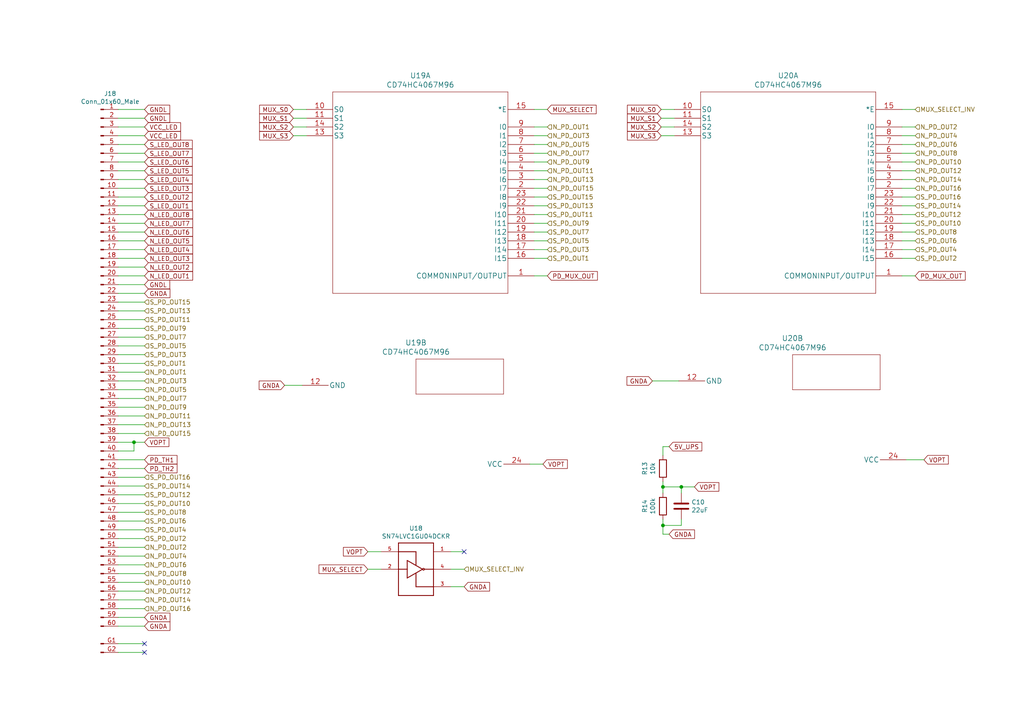
<source format=kicad_sch>
(kicad_sch (version 20211123) (generator eeschema)
  (paper "A4")
  (lib_symbols
    (symbol "Device:C" (pin_numbers hide) (pin_names (offset 0.254))
      (property "Reference" "C" (at 0.635 2.54 0))
      (property "Value" "C" (at 0.635 -2.54 0))
      (symbol "C_0_1"
        (polyline (pts (xy -2.032 -0.762) (xy 2.032 -0.762)) (stroke (width 0.508)))
        (polyline (pts (xy -2.032 0.762) (xy 2.032 0.762)) (stroke (width 0.508)))
      )
      (symbol "C_1_1"
        (pin passive line (at 0 3.81 270) (length 2.794) (name "~") (number "1"))
        (pin passive line (at 0 -3.81 90) (length 2.794) (name "~") (number "2"))
      )
    )
    (symbol "Device:R" (pin_numbers hide) (pin_names (offset 0))
      (property "Reference" "R" (at 2.032 0 90))
      (property "Value" "R" (at 0 0 90))
      (symbol "R_0_1"
        (rectangle (start -1.016 -2.54) (end 1.016 2.54) (stroke (width 0.254)))
      )
      (symbol "R_1_1"
        (pin passive line (at 0 3.81 270) (length 1.27) (name "~") (number "1"))
        (pin passive line (at 0 -3.81 90) (length 1.27) (name "~") (number "2"))
      )
    )
    (symbol "Ninja-qPCR:CD74HC4067M96" (pin_names (offset 0.254))
      (property "Reference" "U" (at 33.02 10.16 0))
      (property "Value" "Ninja-qPCR_CD74HC4067M96" (at 33.02 7.62 0))
      (symbol "CD74HC4067M96_1_1"
        (polyline (pts (xy 7.62 -53.34) (xy 58.42 -53.34)) (stroke (width 0.127)))
        (polyline (pts (xy 7.62 5.08) (xy 7.62 -53.34)) (stroke (width 0.127)))
        (polyline (pts (xy 58.42 -53.34) (xy 58.42 5.08)) (stroke (width 0.127)))
        (polyline (pts (xy 58.42 5.08) (xy 7.62 5.08)) (stroke (width 0.127)))
        (pin bidirectional line (at 0 -48.26 0) (length 7.62) (name "COMMONINPUT/OUTPUT") (number "1"))
        (pin output line (at 66.04 0 180) (length 7.62) (name "S0") (number "10"))
        (pin output line (at 66.04 -2.54 180) (length 7.62) (name "S1") (number "11"))
        (pin output line (at 66.04 -7.62 180) (length 7.62) (name "S3") (number "13"))
        (pin output line (at 66.04 -5.08 180) (length 7.62) (name "S2") (number "14"))
        (pin input line (at 0 0 0) (length 7.62) (name "*E") (number "15"))
        (pin input line (at 0 -43.18 0) (length 7.62) (name "I15") (number "16"))
        (pin input line (at 0 -40.64 0) (length 7.62) (name "I14") (number "17"))
        (pin input line (at 0 -38.1 0) (length 7.62) (name "I13") (number "18"))
        (pin input line (at 0 -35.56 0) (length 7.62) (name "I12") (number "19"))
        (pin input line (at 0 -22.86 0) (length 7.62) (name "I7") (number "2"))
        (pin input line (at 0 -33.02 0) (length 7.62) (name "I11") (number "20"))
        (pin input line (at 0 -30.48 0) (length 7.62) (name "I10") (number "21"))
        (pin input line (at 0 -27.94 0) (length 7.62) (name "I9") (number "22"))
        (pin input line (at 0 -25.4 0) (length 7.62) (name "I8") (number "23"))
        (pin input line (at 0 -20.32 0) (length 7.62) (name "I6") (number "3"))
        (pin input line (at 0 -17.78 0) (length 7.62) (name "I5") (number "4"))
        (pin input line (at 0 -15.24 0) (length 7.62) (name "I4") (number "5"))
        (pin input line (at 0 -12.7 0) (length 7.62) (name "I3") (number "6"))
        (pin input line (at 0 -10.16 0) (length 7.62) (name "I2") (number "7"))
        (pin input line (at 0 -7.62 0) (length 7.62) (name "I1") (number "8"))
        (pin input line (at 0 -5.08 0) (length 7.62) (name "I0") (number "9"))
      )
      (symbol "CD74HC4067M96_2_1"
        (polyline (pts (xy 7.62 -5.08) (xy 33.02 -5.08)) (stroke (width 0.127)))
        (polyline (pts (xy 7.62 5.08) (xy 7.62 -5.08)) (stroke (width 0.127)))
        (polyline (pts (xy 33.02 -5.08) (xy 33.02 5.08)) (stroke (width 0.127)))
        (polyline (pts (xy 33.02 5.08) (xy 7.62 5.08)) (stroke (width 0.127)))
        (pin power_in line (at 66.04 -2.54 180) (length 7.62) (name "GND") (number "12"))
        (pin power_in line (at 0 -25.4 0) (length 7.62) (name "VCC") (number "24"))
      )
    )
    (symbol "Ninja-qPCR:Conn_01x60_Male" (pin_names (offset 1.016) hide)
      (property "Reference" "J" (at 0 50.8 0))
      (property "Value" "Ninja-qPCR_Conn_01x60_Male" (at 1.27 -113.03 0))
      (symbol "Conn_01x60_Male_1_1"
        (polyline (pts (xy 1.27 -109.22) (xy 0.8636 -109.22)) (stroke (width 0.1524)))
        (polyline (pts (xy 1.27 -106.68) (xy 0.8636 -106.68)) (stroke (width 0.1524)))
        (polyline (pts (xy 1.27 -101.6) (xy 0.8636 -101.6)) (stroke (width 0.1524)))
        (polyline (pts (xy 1.27 -99.06) (xy 0.8636 -99.06)) (stroke (width 0.1524)))
        (polyline (pts (xy 1.27 -96.52) (xy 0.8636 -96.52)) (stroke (width 0.1524)))
        (polyline (pts (xy 1.27 -93.98) (xy 0.8636 -93.98)) (stroke (width 0.1524)))
        (polyline (pts (xy 1.27 -91.44) (xy 0.8636 -91.44)) (stroke (width 0.1524)))
        (polyline (pts (xy 1.27 -88.9) (xy 0.8636 -88.9)) (stroke (width 0.1524)))
        (polyline (pts (xy 1.27 -86.36) (xy 0.8636 -86.36)) (stroke (width 0.1524)))
        (polyline (pts (xy 1.27 -83.82) (xy 0.8636 -83.82)) (stroke (width 0.1524)))
        (polyline (pts (xy 1.27 -81.28) (xy 0.8636 -81.28)) (stroke (width 0.1524)))
        (polyline (pts (xy 1.27 -78.74) (xy 0.8636 -78.74)) (stroke (width 0.1524)))
        (polyline (pts (xy 1.27 -76.2) (xy 0.8636 -76.2)) (stroke (width 0.1524)))
        (polyline (pts (xy 1.27 -73.66) (xy 0.8636 -73.66)) (stroke (width 0.1524)))
        (polyline (pts (xy 1.27 -71.12) (xy 0.8636 -71.12)) (stroke (width 0.1524)))
        (polyline (pts (xy 1.27 -68.58) (xy 0.8636 -68.58)) (stroke (width 0.1524)))
        (polyline (pts (xy 1.27 -66.04) (xy 0.8636 -66.04)) (stroke (width 0.1524)))
        (polyline (pts (xy 1.27 -63.5) (xy 0.8636 -63.5)) (stroke (width 0.1524)))
        (polyline (pts (xy 1.27 -60.96) (xy 0.8636 -60.96)) (stroke (width 0.1524)))
        (polyline (pts (xy 1.27 -58.42) (xy 0.8636 -58.42)) (stroke (width 0.1524)))
        (polyline (pts (xy 1.27 -55.88) (xy 0.8636 -55.88)) (stroke (width 0.1524)))
        (polyline (pts (xy 1.27 -53.34) (xy 0.8636 -53.34)) (stroke (width 0.1524)))
        (polyline (pts (xy 1.27 -50.8) (xy 0.8636 -50.8)) (stroke (width 0.1524)))
        (polyline (pts (xy 1.27 -48.26) (xy 0.8636 -48.26)) (stroke (width 0.1524)))
        (polyline (pts (xy 1.27 -45.72) (xy 0.8636 -45.72)) (stroke (width 0.1524)))
        (polyline (pts (xy 1.27 -43.18) (xy 0.8636 -43.18)) (stroke (width 0.1524)))
        (polyline (pts (xy 1.27 -40.64) (xy 0.8636 -40.64)) (stroke (width 0.1524)))
        (polyline (pts (xy 1.27 -38.1) (xy 0.8636 -38.1)) (stroke (width 0.1524)))
        (polyline (pts (xy 1.27 -35.56) (xy 0.8636 -35.56)) (stroke (width 0.1524)))
        (polyline (pts (xy 1.27 -33.02) (xy 0.8636 -33.02)) (stroke (width 0.1524)))
        (polyline (pts (xy 1.27 -30.48) (xy 0.8636 -30.48)) (stroke (width 0.1524)))
        (polyline (pts (xy 1.27 -27.94) (xy 0.8636 -27.94)) (stroke (width 0.1524)))
        (polyline (pts (xy 1.27 -25.4) (xy 0.8636 -25.4)) (stroke (width 0.1524)))
        (polyline (pts (xy 1.27 -22.86) (xy 0.8636 -22.86)) (stroke (width 0.1524)))
        (polyline (pts (xy 1.27 -20.32) (xy 0.8636 -20.32)) (stroke (width 0.1524)))
        (polyline (pts (xy 1.27 -17.78) (xy 0.8636 -17.78)) (stroke (width 0.1524)))
        (polyline (pts (xy 1.27 -15.24) (xy 0.8636 -15.24)) (stroke (width 0.1524)))
        (polyline (pts (xy 1.27 -12.7) (xy 0.8636 -12.7)) (stroke (width 0.1524)))
        (polyline (pts (xy 1.27 -10.16) (xy 0.8636 -10.16)) (stroke (width 0.1524)))
        (polyline (pts (xy 1.27 -7.62) (xy 0.8636 -7.62)) (stroke (width 0.1524)))
        (polyline (pts (xy 1.27 -5.08) (xy 0.8636 -5.08)) (stroke (width 0.1524)))
        (polyline (pts (xy 1.27 -2.54) (xy 0.8636 -2.54)) (stroke (width 0.1524)))
        (polyline (pts (xy 1.27 0) (xy 0.8636 0)) (stroke (width 0.1524)))
        (polyline (pts (xy 1.27 2.54) (xy 0.8636 2.54)) (stroke (width 0.1524)))
        (polyline (pts (xy 1.27 5.08) (xy 0.8636 5.08)) (stroke (width 0.1524)))
        (polyline (pts (xy 1.27 7.62) (xy 0.8636 7.62)) (stroke (width 0.1524)))
        (polyline (pts (xy 1.27 10.16) (xy 0.8636 10.16)) (stroke (width 0.1524)))
        (polyline (pts (xy 1.27 12.7) (xy 0.8636 12.7)) (stroke (width 0.1524)))
        (polyline (pts (xy 1.27 15.24) (xy 0.8636 15.24)) (stroke (width 0.1524)))
        (polyline (pts (xy 1.27 17.78) (xy 0.8636 17.78)) (stroke (width 0.1524)))
        (polyline (pts (xy 1.27 20.32) (xy 0.8636 20.32)) (stroke (width 0.1524)))
        (polyline (pts (xy 1.27 22.86) (xy 0.8636 22.86)) (stroke (width 0.1524)))
        (polyline (pts (xy 1.27 25.4) (xy 0.8636 25.4)) (stroke (width 0.1524)))
        (polyline (pts (xy 1.27 27.94) (xy 0.8636 27.94)) (stroke (width 0.1524)))
        (polyline (pts (xy 1.27 30.48) (xy 0.8636 30.48)) (stroke (width 0.1524)))
        (polyline (pts (xy 1.27 33.02) (xy 0.8636 33.02)) (stroke (width 0.1524)))
        (polyline (pts (xy 1.27 35.56) (xy 0.8636 35.56)) (stroke (width 0.1524)))
        (polyline (pts (xy 1.27 38.1) (xy 0.8636 38.1)) (stroke (width 0.1524)))
        (polyline (pts (xy 1.27 40.64) (xy 0.8636 40.64)) (stroke (width 0.1524)))
        (polyline (pts (xy 1.27 43.18) (xy 0.8636 43.18)) (stroke (width 0.1524)))
        (polyline (pts (xy 1.27 45.72) (xy 0.8636 45.72)) (stroke (width 0.1524)))
        (polyline (pts (xy 1.27 48.26) (xy 0.8636 48.26)) (stroke (width 0.1524)))
        (rectangle (start 0.8636 -109.093) (end 0 -109.347) (stroke (width 0.1524)) (fill (type outline)))
        (rectangle (start 0.8636 -106.553) (end 0 -106.807) (stroke (width 0.1524)) (fill (type outline)))
        (rectangle (start 0.8636 -101.473) (end 0 -101.727) (stroke (width 0.1524)) (fill (type outline)))
        (rectangle (start 0.8636 -98.933) (end 0 -99.187) (stroke (width 0.1524)) (fill (type outline)))
        (rectangle (start 0.8636 -96.393) (end 0 -96.647) (stroke (width 0.1524)) (fill (type outline)))
        (rectangle (start 0.8636 -93.853) (end 0 -94.107) (stroke (width 0.1524)) (fill (type outline)))
        (rectangle (start 0.8636 -91.313) (end 0 -91.567) (stroke (width 0.1524)) (fill (type outline)))
        (rectangle (start 0.8636 -88.773) (end 0 -89.027) (stroke (width 0.1524)) (fill (type outline)))
        (rectangle (start 0.8636 -86.233) (end 0 -86.487) (stroke (width 0.1524)) (fill (type outline)))
        (rectangle (start 0.8636 -83.693) (end 0 -83.947) (stroke (width 0.1524)) (fill (type outline)))
        (rectangle (start 0.8636 -81.153) (end 0 -81.407) (stroke (width 0.1524)) (fill (type outline)))
        (rectangle (start 0.8636 -78.613) (end 0 -78.867) (stroke (width 0.1524)) (fill (type outline)))
        (rectangle (start 0.8636 -76.073) (end 0 -76.327) (stroke (width 0.1524)) (fill (type outline)))
        (rectangle (start 0.8636 -73.533) (end 0 -73.787) (stroke (width 0.1524)) (fill (type outline)))
        (rectangle (start 0.8636 -70.993) (end 0 -71.247) (stroke (width 0.1524)) (fill (type outline)))
        (rectangle (start 0.8636 -68.453) (end 0 -68.707) (stroke (width 0.1524)) (fill (type outline)))
        (rectangle (start 0.8636 -65.913) (end 0 -66.167) (stroke (width 0.1524)) (fill (type outline)))
        (rectangle (start 0.8636 -63.373) (end 0 -63.627) (stroke (width 0.1524)) (fill (type outline)))
        (rectangle (start 0.8636 -60.833) (end 0 -61.087) (stroke (width 0.1524)) (fill (type outline)))
        (rectangle (start 0.8636 -58.293) (end 0 -58.547) (stroke (width 0.1524)) (fill (type outline)))
        (rectangle (start 0.8636 -55.753) (end 0 -56.007) (stroke (width 0.1524)) (fill (type outline)))
        (rectangle (start 0.8636 -53.213) (end 0 -53.467) (stroke (width 0.1524)) (fill (type outline)))
        (rectangle (start 0.8636 -50.673) (end 0 -50.927) (stroke (width 0.1524)) (fill (type outline)))
        (rectangle (start 0.8636 -48.133) (end 0 -48.387) (stroke (width 0.1524)) (fill (type outline)))
        (rectangle (start 0.8636 -45.593) (end 0 -45.847) (stroke (width 0.1524)) (fill (type outline)))
        (rectangle (start 0.8636 -43.053) (end 0 -43.307) (stroke (width 0.1524)) (fill (type outline)))
        (rectangle (start 0.8636 -40.513) (end 0 -40.767) (stroke (width 0.1524)) (fill (type outline)))
        (rectangle (start 0.8636 -37.973) (end 0 -38.227) (stroke (width 0.1524)) (fill (type outline)))
        (rectangle (start 0.8636 -35.433) (end 0 -35.687) (stroke (width 0.1524)) (fill (type outline)))
        (rectangle (start 0.8636 -32.893) (end 0 -33.147) (stroke (width 0.1524)) (fill (type outline)))
        (rectangle (start 0.8636 -30.353) (end 0 -30.607) (stroke (width 0.1524)) (fill (type outline)))
        (rectangle (start 0.8636 -27.813) (end 0 -28.067) (stroke (width 0.1524)) (fill (type outline)))
        (rectangle (start 0.8636 -25.273) (end 0 -25.527) (stroke (width 0.1524)) (fill (type outline)))
        (rectangle (start 0.8636 -22.733) (end 0 -22.987) (stroke (width 0.1524)) (fill (type outline)))
        (rectangle (start 0.8636 -20.193) (end 0 -20.447) (stroke (width 0.1524)) (fill (type outline)))
        (rectangle (start 0.8636 -17.653) (end 0 -17.907) (stroke (width 0.1524)) (fill (type outline)))
        (rectangle (start 0.8636 -15.113) (end 0 -15.367) (stroke (width 0.1524)) (fill (type outline)))
        (rectangle (start 0.8636 -12.573) (end 0 -12.827) (stroke (width 0.1524)) (fill (type outline)))
        (rectangle (start 0.8636 -10.033) (end 0 -10.287) (stroke (width 0.1524)) (fill (type outline)))
        (rectangle (start 0.8636 -7.493) (end 0 -7.747) (stroke (width 0.1524)) (fill (type outline)))
        (rectangle (start 0.8636 -4.953) (end 0 -5.207) (stroke (width 0.1524)) (fill (type outline)))
        (rectangle (start 0.8636 -2.413) (end 0 -2.667) (stroke (width 0.1524)) (fill (type outline)))
        (rectangle (start 0.8636 0.127) (end 0 -0.127) (stroke (width 0.1524)) (fill (type outline)))
        (rectangle (start 0.8636 2.667) (end 0 2.413) (stroke (width 0.1524)) (fill (type outline)))
        (rectangle (start 0.8636 5.207) (end 0 4.953) (stroke (width 0.1524)) (fill (type outline)))
        (rectangle (start 0.8636 7.747) (end 0 7.493) (stroke (width 0.1524)) (fill (type outline)))
        (rectangle (start 0.8636 10.287) (end 0 10.033) (stroke (width 0.1524)) (fill (type outline)))
        (rectangle (start 0.8636 12.827) (end 0 12.573) (stroke (width 0.1524)) (fill (type outline)))
        (rectangle (start 0.8636 15.367) (end 0 15.113) (stroke (width 0.1524)) (fill (type outline)))
        (rectangle (start 0.8636 17.907) (end 0 17.653) (stroke (width 0.1524)) (fill (type outline)))
        (rectangle (start 0.8636 20.447) (end 0 20.193) (stroke (width 0.1524)) (fill (type outline)))
        (rectangle (start 0.8636 22.987) (end 0 22.733) (stroke (width 0.1524)) (fill (type outline)))
        (rectangle (start 0.8636 25.527) (end 0 25.273) (stroke (width 0.1524)) (fill (type outline)))
        (rectangle (start 0.8636 28.067) (end 0 27.813) (stroke (width 0.1524)) (fill (type outline)))
        (rectangle (start 0.8636 30.607) (end 0 30.353) (stroke (width 0.1524)) (fill (type outline)))
        (rectangle (start 0.8636 33.147) (end 0 32.893) (stroke (width 0.1524)) (fill (type outline)))
        (rectangle (start 0.8636 35.687) (end 0 35.433) (stroke (width 0.1524)) (fill (type outline)))
        (rectangle (start 0.8636 38.227) (end 0 37.973) (stroke (width 0.1524)) (fill (type outline)))
        (rectangle (start 0.8636 40.767) (end 0 40.513) (stroke (width 0.1524)) (fill (type outline)))
        (rectangle (start 0.8636 43.307) (end 0 43.053) (stroke (width 0.1524)) (fill (type outline)))
        (rectangle (start 0.8636 45.847) (end 0 45.593) (stroke (width 0.1524)) (fill (type outline)))
        (rectangle (start 0.8636 48.387) (end 0 48.133) (stroke (width 0.1524)) (fill (type outline)))
        (pin passive line (at 5.08 48.26 180) (length 3.81) (name "Pin_1") (number "1"))
        (pin passive line (at 5.08 25.4 180) (length 3.81) (name "Pin_10") (number "10"))
        (pin passive line (at 5.08 22.86 180) (length 3.81) (name "Pin_11") (number "11"))
        (pin passive line (at 5.08 20.32 180) (length 3.81) (name "Pin_12") (number "12"))
        (pin passive line (at 5.08 17.78 180) (length 3.81) (name "Pin_13") (number "13"))
        (pin passive line (at 5.08 15.24 180) (length 3.81) (name "Pin_14") (number "14"))
        (pin passive line (at 5.08 12.7 180) (length 3.81) (name "Pin_15") (number "15"))
        (pin passive line (at 5.08 10.16 180) (length 3.81) (name "Pin_16") (number "16"))
        (pin passive line (at 5.08 7.62 180) (length 3.81) (name "Pin_17") (number "17"))
        (pin passive line (at 5.08 5.08 180) (length 3.81) (name "Pin_18") (number "18"))
        (pin passive line (at 5.08 2.54 180) (length 3.81) (name "Pin_19") (number "19"))
        (pin passive line (at 5.08 45.72 180) (length 3.81) (name "Pin_2") (number "2"))
        (pin passive line (at 5.08 0 180) (length 3.81) (name "Pin_20") (number "20"))
        (pin passive line (at 5.08 -2.54 180) (length 3.81) (name "Pin_21") (number "21"))
        (pin passive line (at 5.08 -5.08 180) (length 3.81) (name "Pin_22") (number "22"))
        (pin passive line (at 5.08 -7.62 180) (length 3.81) (name "Pin_23") (number "23"))
        (pin passive line (at 5.08 -10.16 180) (length 3.81) (name "Pin_24") (number "24"))
        (pin passive line (at 5.08 -12.7 180) (length 3.81) (name "Pin_25") (number "25"))
        (pin passive line (at 5.08 -15.24 180) (length 3.81) (name "Pin_26") (number "26"))
        (pin passive line (at 5.08 -17.78 180) (length 3.81) (name "Pin_27") (number "27"))
        (pin passive line (at 5.08 -20.32 180) (length 3.81) (name "Pin_28") (number "28"))
        (pin passive line (at 5.08 -22.86 180) (length 3.81) (name "Pin_29") (number "29"))
        (pin passive line (at 5.08 43.18 180) (length 3.81) (name "Pin_3") (number "3"))
        (pin passive line (at 5.08 -25.4 180) (length 3.81) (name "Pin_30") (number "30"))
        (pin passive line (at 5.08 -27.94 180) (length 3.81) (name "Pin_31") (number "31"))
        (pin passive line (at 5.08 -30.48 180) (length 3.81) (name "Pin_32") (number "32"))
        (pin passive line (at 5.08 -33.02 180) (length 3.81) (name "Pin_33") (number "33"))
        (pin passive line (at 5.08 -35.56 180) (length 3.81) (name "Pin_34") (number "34"))
        (pin passive line (at 5.08 -38.1 180) (length 3.81) (name "Pin_35") (number "35"))
        (pin passive line (at 5.08 -40.64 180) (length 3.81) (name "Pin_36") (number "36"))
        (pin passive line (at 5.08 -43.18 180) (length 3.81) (name "Pin_37") (number "37"))
        (pin passive line (at 5.08 -45.72 180) (length 3.81) (name "Pin_38") (number "38"))
        (pin passive line (at 5.08 -48.26 180) (length 3.81) (name "Pin_39") (number "39"))
        (pin passive line (at 5.08 40.64 180) (length 3.81) (name "Pin_4") (number "4"))
        (pin passive line (at 5.08 -50.8 180) (length 3.81) (name "Pin_40") (number "40"))
        (pin passive line (at 5.08 -53.34 180) (length 3.81) (name "Pin_41") (number "41"))
        (pin passive line (at 5.08 -55.88 180) (length 3.81) (name "Pin_42") (number "42"))
        (pin passive line (at 5.08 -58.42 180) (length 3.81) (name "Pin_43") (number "43"))
        (pin passive line (at 5.08 -60.96 180) (length 3.81) (name "Pin_44") (number "44"))
        (pin passive line (at 5.08 -63.5 180) (length 3.81) (name "Pin_45") (number "45"))
        (pin passive line (at 5.08 -66.04 180) (length 3.81) (name "Pin_46") (number "46"))
        (pin passive line (at 5.08 -68.58 180) (length 3.81) (name "Pin_47") (number "47"))
        (pin passive line (at 5.08 -71.12 180) (length 3.81) (name "Pin_48") (number "48"))
        (pin passive line (at 5.08 -73.66 180) (length 3.81) (name "Pin_49") (number "49"))
        (pin passive line (at 5.08 38.1 180) (length 3.81) (name "Pin_5") (number "5"))
        (pin passive line (at 5.08 -76.2 180) (length 3.81) (name "Pin_50") (number "50"))
        (pin passive line (at 5.08 -78.74 180) (length 3.81) (name "Pin_51") (number "51"))
        (pin passive line (at 5.08 -81.28 180) (length 3.81) (name "Pin_52") (number "52"))
        (pin passive line (at 5.08 -83.82 180) (length 3.81) (name "Pin_53") (number "53"))
        (pin passive line (at 5.08 -86.36 180) (length 3.81) (name "Pin_54") (number "54"))
        (pin passive line (at 5.08 -88.9 180) (length 3.81) (name "Pin_55") (number "55"))
        (pin passive line (at 5.08 -91.44 180) (length 3.81) (name "Pin_56") (number "56"))
        (pin passive line (at 5.08 -93.98 180) (length 3.81) (name "Pin_57") (number "57"))
        (pin passive line (at 5.08 -96.52 180) (length 3.81) (name "Pin_58") (number "58"))
        (pin passive line (at 5.08 -99.06 180) (length 3.81) (name "Pin_59") (number "59"))
        (pin passive line (at 5.08 35.56 180) (length 3.81) (name "Pin_6") (number "6"))
        (pin passive line (at 5.08 -101.6 180) (length 3.81) (name "Pin_60") (number "60"))
        (pin passive line (at 5.08 33.02 180) (length 3.81) (name "Pin_7") (number "7"))
        (pin passive line (at 5.08 30.48 180) (length 3.81) (name "Pin_8") (number "8"))
        (pin passive line (at 5.08 27.94 180) (length 3.81) (name "Pin_9") (number "9"))
        (pin passive line (at 5.08 -106.68 180) (length 3.81) (name "Pin_G1") (number "G1"))
        (pin passive line (at 5.08 -109.22 180) (length 3.81) (name "Pin_G2") (number "G2"))
      )
    )
    (symbol "Ninja-qPCR:SN74LVC1G04DBVR" (pin_names (offset 1.016) hide)
      (property "Reference" "U" (at -5.08 8.6106 0))
      (property "Value" "Ninja-qPCR_SN74LVC1G04DBVR" (at -5.08 -10.16 0))
      (symbol "SN74LVC1G04DBVR_0_0"
        (polyline (pts (xy -5.08 -7.62) (xy 5.08 -7.62)) (stroke (width 0.254)))
        (polyline (pts (xy -5.08 0) (xy -2.54 0)) (stroke (width 0.254)))
        (polyline (pts (xy -5.08 5.08) (xy 0 5.08)) (stroke (width 0.254)))
        (polyline (pts (xy -5.08 7.62) (xy -5.08 -7.62)) (stroke (width 0.254)))
        (polyline (pts (xy -2.54 -2.54) (xy -2.54 0)) (stroke (width 0.254)))
        (polyline (pts (xy -2.54 0) (xy -2.54 2.54)) (stroke (width 0.254)))
        (polyline (pts (xy -2.54 2.54) (xy 1.905 0)) (stroke (width 0.254)))
        (polyline (pts (xy 0 -5.08) (xy 5.08 -5.08)) (stroke (width 0.254)))
        (polyline (pts (xy 0 -1.143) (xy 0 -5.08)) (stroke (width 0.254)))
        (polyline (pts (xy 0 5.08) (xy 0 1.143)) (stroke (width 0.254)))
        (polyline (pts (xy 1.905 0) (xy -2.54 -2.54)) (stroke (width 0.254)))
        (polyline (pts (xy 2.54 0) (xy 5.08 0)) (stroke (width 0.254)))
        (polyline (pts (xy 5.08 -7.62) (xy 5.08 7.62)) (stroke (width 0.254)))
        (polyline (pts (xy 5.08 7.62) (xy -5.08 7.62)) (stroke (width 0.254)))
        (circle (center 2.1844 0) (radius 0.254) (stroke (width 0.254)))
        (pin passive line (at 10.16 5.08 180) (length 5.08) (name "~") (number "1"))
        (pin input line (at -10.16 0 0) (length 5.08) (name "~") (number "2"))
        (pin power_in line (at 10.16 -5.08 180) (length 5.08) (name "~") (number "3"))
        (pin output line (at 10.16 0 180) (length 5.08) (name "~") (number "4"))
        (pin power_in line (at -10.16 5.08 0) (length 5.08) (name "~") (number "5"))
      )
    )
  )
  (junction (at 38.862 128.27))
  (junction (at 192.278 152.4))
  (junction (at 197.612 141.224))
  (junction (at 192.278 141.224))
  (no_connect (at 134.62 160.02))
  (no_connect (at 41.91 189.23))
  (no_connect (at 41.91 186.69))
  (wire (pts (xy 88.9 31.75) (xy 85.09 31.75)))
  (wire (pts (xy 41.91 80.01) (xy 34.29 80.01)))
  (wire (pts (xy 265.43 67.31) (xy 261.62 67.31)))
  (wire (pts (xy 197.612 141.224) (xy 201.422 141.224)))
  (wire (pts (xy 265.43 44.45) (xy 261.62 44.45)))
  (wire (pts (xy 41.91 148.59) (xy 34.29 148.59)))
  (wire (pts (xy 41.91 135.89) (xy 34.29 135.89)))
  (wire (pts (xy 41.91 179.07) (xy 34.29 179.07)))
  (wire (pts (xy 41.91 92.71) (xy 34.29 92.71)))
  (wire (pts (xy 41.91 39.37) (xy 34.29 39.37)))
  (wire (pts (xy 267.97 133.35) (xy 262.89 133.35)))
  (wire (pts (xy 82.55 111.76) (xy 87.63 111.76)))
  (wire (pts (xy 41.91 64.77) (xy 34.29 64.77)))
  (wire (pts (xy 192.278 154.94) (xy 192.278 152.4)))
  (wire (pts (xy 41.91 171.45) (xy 34.29 171.45)))
  (wire (pts (xy 41.91 85.09) (xy 34.29 85.09)))
  (wire (pts (xy 41.91 36.83) (xy 34.29 36.83)))
  (wire (pts (xy 134.62 160.02) (xy 130.81 160.02)))
  (wire (pts (xy 265.43 31.75) (xy 261.62 31.75)))
  (wire (pts (xy 189.23 110.49) (xy 196.85 110.49)))
  (wire (pts (xy 41.91 31.75) (xy 34.29 31.75)))
  (wire (pts (xy 192.278 141.224) (xy 197.612 141.224)))
  (wire (pts (xy 265.43 54.61) (xy 261.62 54.61)))
  (wire (pts (xy 41.91 140.97) (xy 34.29 140.97)))
  (wire (pts (xy 41.91 82.55) (xy 34.29 82.55)))
  (wire (pts (xy 192.278 152.4) (xy 192.278 150.622)))
  (wire (pts (xy 158.75 80.01) (xy 154.94 80.01)))
  (wire (pts (xy 41.91 181.61) (xy 34.29 181.61)))
  (wire (pts (xy 41.91 151.13) (xy 34.29 151.13)))
  (wire (pts (xy 158.75 67.31) (xy 154.94 67.31)))
  (wire (pts (xy 265.43 64.77) (xy 261.62 64.77)))
  (wire (pts (xy 41.91 46.99) (xy 34.29 46.99)))
  (wire (pts (xy 158.75 41.91) (xy 154.94 41.91)))
  (wire (pts (xy 191.77 34.29) (xy 195.58 34.29)))
  (wire (pts (xy 265.43 41.91) (xy 261.62 41.91)))
  (wire (pts (xy 41.91 138.43) (xy 34.29 138.43)))
  (wire (pts (xy 41.91 113.03) (xy 34.29 113.03)))
  (wire (pts (xy 265.43 57.15) (xy 261.62 57.15)))
  (wire (pts (xy 41.91 118.11) (xy 34.29 118.11)))
  (wire (pts (xy 195.58 36.83) (xy 191.77 36.83)))
  (wire (pts (xy 41.91 72.39) (xy 34.29 72.39)))
  (wire (pts (xy 158.75 31.75) (xy 154.94 31.75)))
  (wire (pts (xy 88.9 39.37) (xy 85.09 39.37)))
  (wire (pts (xy 197.612 150.622) (xy 197.612 152.4)))
  (wire (pts (xy 41.91 44.45) (xy 34.29 44.45)))
  (wire (pts (xy 158.75 54.61) (xy 154.94 54.61)))
  (wire (pts (xy 197.612 152.4) (xy 192.278 152.4)))
  (wire (pts (xy 41.91 100.33) (xy 34.29 100.33)))
  (wire (pts (xy 191.77 39.37) (xy 195.58 39.37)))
  (wire (pts (xy 41.91 146.05) (xy 34.29 146.05)))
  (wire (pts (xy 41.91 57.15) (xy 34.29 57.15)))
  (wire (pts (xy 265.43 49.53) (xy 261.62 49.53)))
  (wire (pts (xy 158.75 69.85) (xy 154.94 69.85)))
  (wire (pts (xy 41.91 59.69) (xy 34.29 59.69)))
  (wire (pts (xy 41.91 161.29) (xy 34.29 161.29)))
  (wire (pts (xy 41.91 74.93) (xy 34.29 74.93)))
  (wire (pts (xy 265.43 69.85) (xy 261.62 69.85)))
  (wire (pts (xy 41.91 102.87) (xy 34.29 102.87)))
  (wire (pts (xy 41.91 97.79) (xy 34.29 97.79)))
  (wire (pts (xy 41.91 163.83) (xy 34.29 163.83)))
  (wire (pts (xy 41.91 90.17) (xy 34.29 90.17)))
  (wire (pts (xy 158.75 74.93) (xy 154.94 74.93)))
  (wire (pts (xy 41.91 168.91) (xy 34.29 168.91)))
  (wire (pts (xy 41.91 176.53) (xy 34.29 176.53)))
  (wire (pts (xy 41.91 49.53) (xy 34.29 49.53)))
  (wire (pts (xy 88.9 36.83) (xy 85.09 36.83)))
  (wire (pts (xy 158.75 49.53) (xy 154.94 49.53)))
  (wire (pts (xy 38.862 130.81) (xy 38.862 128.27)))
  (wire (pts (xy 192.278 141.224) (xy 192.278 143.002)))
  (wire (pts (xy 41.91 186.69) (xy 34.29 186.69)))
  (wire (pts (xy 158.75 57.15) (xy 154.94 57.15)))
  (wire (pts (xy 106.68 165.1) (xy 110.49 165.1)))
  (wire (pts (xy 158.75 36.83) (xy 154.94 36.83)))
  (wire (pts (xy 41.91 54.61) (xy 34.29 54.61)))
  (wire (pts (xy 158.75 59.69) (xy 154.94 59.69)))
  (wire (pts (xy 110.49 160.02) (xy 106.68 160.02)))
  (wire (pts (xy 158.75 62.23) (xy 154.94 62.23)))
  (wire (pts (xy 41.91 105.41) (xy 34.29 105.41)))
  (wire (pts (xy 41.91 77.47) (xy 34.29 77.47)))
  (wire (pts (xy 41.91 173.99) (xy 34.29 173.99)))
  (wire (pts (xy 158.75 64.77) (xy 154.94 64.77)))
  (wire (pts (xy 41.91 156.21) (xy 34.29 156.21)))
  (wire (pts (xy 134.62 170.18) (xy 130.81 170.18)))
  (wire (pts (xy 192.278 129.54) (xy 192.278 132.08)))
  (wire (pts (xy 41.91 110.49) (xy 34.29 110.49)))
  (wire (pts (xy 41.91 125.73) (xy 34.29 125.73)))
  (wire (pts (xy 41.91 95.25) (xy 34.29 95.25)))
  (wire (pts (xy 265.43 36.83) (xy 261.62 36.83)))
  (wire (pts (xy 88.9 34.29) (xy 85.09 34.29)))
  (wire (pts (xy 265.43 72.39) (xy 261.62 72.39)))
  (wire (pts (xy 41.91 52.07) (xy 34.29 52.07)))
  (wire (pts (xy 265.43 62.23) (xy 261.62 62.23)))
  (wire (pts (xy 41.91 166.37) (xy 34.29 166.37)))
  (wire (pts (xy 197.612 141.224) (xy 197.612 143.002)))
  (wire (pts (xy 158.75 46.99) (xy 154.94 46.99)))
  (wire (pts (xy 265.43 52.07) (xy 261.62 52.07)))
  (wire (pts (xy 41.91 123.19) (xy 34.29 123.19)))
  (wire (pts (xy 34.29 130.81) (xy 38.862 130.81)))
  (wire (pts (xy 194.056 154.94) (xy 192.278 154.94)))
  (wire (pts (xy 265.43 74.93) (xy 261.62 74.93)))
  (wire (pts (xy 134.62 165.1) (xy 130.81 165.1)))
  (wire (pts (xy 41.91 133.35) (xy 34.29 133.35)))
  (wire (pts (xy 265.43 59.69) (xy 261.62 59.69)))
  (wire (pts (xy 41.91 67.31) (xy 34.29 67.31)))
  (wire (pts (xy 158.75 39.37) (xy 154.94 39.37)))
  (wire (pts (xy 158.75 52.07) (xy 154.94 52.07)))
  (wire (pts (xy 195.58 31.75) (xy 191.77 31.75)))
  (wire (pts (xy 41.91 69.85) (xy 34.29 69.85)))
  (wire (pts (xy 265.43 80.01) (xy 261.62 80.01)))
  (wire (pts (xy 41.91 153.67) (xy 34.29 153.67)))
  (wire (pts (xy 158.75 44.45) (xy 154.94 44.45)))
  (wire (pts (xy 41.91 41.91) (xy 34.29 41.91)))
  (wire (pts (xy 194.056 129.54) (xy 192.278 129.54)))
  (wire (pts (xy 265.43 39.37) (xy 261.62 39.37)))
  (wire (pts (xy 158.75 72.39) (xy 154.94 72.39)))
  (wire (pts (xy 41.91 34.29) (xy 34.29 34.29)))
  (wire (pts (xy 41.91 158.75) (xy 34.29 158.75)))
  (wire (pts (xy 41.91 120.65) (xy 34.29 120.65)))
  (wire (pts (xy 41.91 128.27) (xy 38.862 128.27)))
  (wire (pts (xy 41.91 189.23) (xy 34.29 189.23)))
  (wire (pts (xy 265.43 46.99) (xy 261.62 46.99)))
  (wire (pts (xy 192.278 139.7) (xy 192.278 141.224)))
  (wire (pts (xy 41.91 107.95) (xy 34.29 107.95)))
  (wire (pts (xy 157.48 134.62) (xy 153.67 134.62)))
  (wire (pts (xy 41.91 115.57) (xy 34.29 115.57)))
  (wire (pts (xy 41.91 87.63) (xy 34.29 87.63)))
  (wire (pts (xy 41.91 62.23) (xy 34.29 62.23)))
  (wire (pts (xy 38.862 128.27) (xy 34.29 128.27)))
  (wire (pts (xy 41.91 143.51) (xy 34.29 143.51)))
  (global_label "PD_MUX_OUT" (shape input) (at 265.43 80.01 0) (property "Intersheet References" "${INTERSHEET_REFS}" (effects hide)))
  (global_label "MUX_S0" (shape input) (at 85.09 31.75 180) (property "Intersheet References" "${INTERSHEET_REFS}" (effects hide)))
  (global_label "S_LED_OUT6" (shape input) (at 41.91 46.99 0) (property "Intersheet References" "${INTERSHEET_REFS}" (effects hide)))
  (global_label "MUX_S3" (shape input) (at 85.09 39.37 180) (property "Intersheet References" "${INTERSHEET_REFS}" (effects hide)))
  (global_label "VOPT" (shape input) (at 41.91 128.27 0) (property "Intersheet References" "${INTERSHEET_REFS}" (effects hide)))
  (global_label "VOPT" (shape input) (at 157.48 134.62 0) (property "Intersheet References" "${INTERSHEET_REFS}" (effects hide)))
  (global_label "N_LED_OUT8" (shape input) (at 41.91 62.23 0) (property "Intersheet References" "${INTERSHEET_REFS}" (effects hide)))
  (global_label "GNDL" (shape input) (at 41.91 34.29 0) (property "Intersheet References" "${INTERSHEET_REFS}" (effects hide)))
  (global_label "S_LED_OUT4" (shape input) (at 41.91 52.07 0) (property "Intersheet References" "${INTERSHEET_REFS}" (effects hide)))
  (global_label "MUX_S2" (shape input) (at 85.09 36.83 180) (property "Intersheet References" "${INTERSHEET_REFS}" (effects hide)))
  (global_label "N_LED_OUT4" (shape input) (at 41.91 72.39 0) (property "Intersheet References" "${INTERSHEET_REFS}" (effects hide)))
  (global_label "MUX_SELECT" (shape input) (at 158.75 31.75 0) (property "Intersheet References" "${INTERSHEET_REFS}" (effects hide)))
  (global_label "MUX_SELECT" (shape input) (at 106.68 165.1 180) (property "Intersheet References" "${INTERSHEET_REFS}" (effects hide)))
  (global_label "GNDA" (shape input) (at 134.62 170.18 0) (property "Intersheet References" "${INTERSHEET_REFS}" (effects hide)))
  (global_label "VCC_LED" (shape input) (at 41.91 36.83 0) (property "Intersheet References" "${INTERSHEET_REFS}" (effects hide)))
  (global_label "S_LED_OUT7" (shape input) (at 41.91 44.45 0) (property "Intersheet References" "${INTERSHEET_REFS}" (effects hide)))
  (global_label "S_LED_OUT3" (shape input) (at 41.91 54.61 0) (property "Intersheet References" "${INTERSHEET_REFS}" (effects hide)))
  (global_label "S_LED_OUT1" (shape input) (at 41.91 59.69 0) (property "Intersheet References" "${INTERSHEET_REFS}" (effects hide)))
  (global_label "N_LED_OUT7" (shape input) (at 41.91 64.77 0) (property "Intersheet References" "${INTERSHEET_REFS}" (effects hide)))
  (global_label "VOPT" (shape input) (at 106.68 160.02 180) (property "Intersheet References" "${INTERSHEET_REFS}" (effects hide)))
  (global_label "N_LED_OUT2" (shape input) (at 41.91 77.47 0) (property "Intersheet References" "${INTERSHEET_REFS}" (effects hide)))
  (global_label "N_LED_OUT6" (shape input) (at 41.91 67.31 0) (property "Intersheet References" "${INTERSHEET_REFS}" (effects hide)))
  (global_label "MUX_S2" (shape input) (at 191.77 36.83 180) (property "Intersheet References" "${INTERSHEET_REFS}" (effects hide)))
  (global_label "N_LED_OUT3" (shape input) (at 41.91 74.93 0) (property "Intersheet References" "${INTERSHEET_REFS}" (effects hide)))
  (global_label "VOPT" (shape input) (at 267.97 133.35 0) (property "Intersheet References" "${INTERSHEET_REFS}" (effects hide)))
  (global_label "MUX_S1" (shape input) (at 191.77 34.29 180) (property "Intersheet References" "${INTERSHEET_REFS}" (effects hide)))
  (global_label "5V_UPS" (shape input) (at 194.056 129.54 0) (property "Intersheet References" "${INTERSHEET_REFS}" (effects hide)))
  (global_label "VOPT" (shape input) (at 201.422 141.224 0) (property "Intersheet References" "${INTERSHEET_REFS}" (effects hide)))
  (global_label "S_LED_OUT2" (shape input) (at 41.91 57.15 0) (property "Intersheet References" "${INTERSHEET_REFS}" (effects hide)))
  (global_label "GNDA" (shape input) (at 189.23 110.49 180) (property "Intersheet References" "${INTERSHEET_REFS}" (effects hide)))
  (global_label "PD_TH2" (shape input) (at 41.91 135.89 0) (property "Intersheet References" "${INTERSHEET_REFS}" (effects hide)))
  (global_label "PD_MUX_OUT" (shape input) (at 158.75 80.01 0) (property "Intersheet References" "${INTERSHEET_REFS}" (effects hide)))
  (global_label "MUX_S0" (shape input) (at 191.77 31.75 180) (property "Intersheet References" "${INTERSHEET_REFS}" (effects hide)))
  (global_label "MUX_S1" (shape input) (at 85.09 34.29 180) (property "Intersheet References" "${INTERSHEET_REFS}" (effects hide)))
  (global_label "GNDA" (shape input) (at 41.91 179.07 0) (property "Intersheet References" "${INTERSHEET_REFS}" (effects hide)))
  (global_label "GNDL" (shape input) (at 41.91 31.75 0) (property "Intersheet References" "${INTERSHEET_REFS}" (effects hide)))
  (global_label "S_LED_OUT5" (shape input) (at 41.91 49.53 0) (property "Intersheet References" "${INTERSHEET_REFS}" (effects hide)))
  (global_label "GNDL" (shape input) (at 41.91 82.55 0) (property "Intersheet References" "${INTERSHEET_REFS}" (effects hide)))
  (global_label "MUX_S3" (shape input) (at 191.77 39.37 180) (property "Intersheet References" "${INTERSHEET_REFS}" (effects hide)))
  (global_label "GNDA" (shape input) (at 41.91 85.09 0) (property "Intersheet References" "${INTERSHEET_REFS}" (effects hide)))
  (global_label "GNDA" (shape input) (at 194.056 154.94 0) (property "Intersheet References" "${INTERSHEET_REFS}" (effects hide)))
  (global_label "N_LED_OUT1" (shape input) (at 41.91 80.01 0) (property "Intersheet References" "${INTERSHEET_REFS}" (effects hide)))
  (global_label "S_LED_OUT8" (shape input) (at 41.91 41.91 0) (property "Intersheet References" "${INTERSHEET_REFS}" (effects hide)))
  (global_label "VCC_LED" (shape input) (at 41.91 39.37 0) (property "Intersheet References" "${INTERSHEET_REFS}" (effects hide)))
  (global_label "GNDA" (shape input) (at 82.55 111.76 180) (property "Intersheet References" "${INTERSHEET_REFS}" (effects hide)))
  (global_label "N_LED_OUT5" (shape input) (at 41.91 69.85 0) (property "Intersheet References" "${INTERSHEET_REFS}" (effects hide)))
  (global_label "GNDA" (shape input) (at 41.91 181.61 0) (property "Intersheet References" "${INTERSHEET_REFS}" (effects hide)))
  (global_label "PD_TH1" (shape input) (at 41.91 133.35 0) (property "Intersheet References" "${INTERSHEET_REFS}" (effects hide)))
  (hierarchical_label "S_PD_OUT15" (shape input) (at 41.91 87.63 0))
  (hierarchical_label "N_PD_OUT10" (shape input) (at 41.91 168.91 0))
  (hierarchical_label "S_PD_OUT10" (shape input) (at 265.43 64.77 0))
  (hierarchical_label "S_PD_OUT14" (shape input) (at 41.91 140.97 0))
  (hierarchical_label "S_PD_OUT2" (shape input) (at 265.43 74.93 0))
  (hierarchical_label "S_PD_OUT3" (shape input) (at 158.75 72.39 0))
  (hierarchical_label "N_PD_OUT6" (shape input) (at 41.91 163.83 0))
  (hierarchical_label "S_PD_OUT16" (shape input) (at 41.91 138.43 0))
  (hierarchical_label "N_PD_OUT9" (shape input) (at 41.91 118.11 0))
  (hierarchical_label "S_PD_OUT13" (shape input) (at 158.75 59.69 0))
  (hierarchical_label "N_PD_OUT4" (shape input) (at 41.91 161.29 0))
  (hierarchical_label "N_PD_OUT13" (shape input) (at 158.75 52.07 0))
  (hierarchical_label "MUX_SELECT_INV" (shape input) (at 134.62 165.1 0))
  (hierarchical_label "N_PD_OUT13" (shape input) (at 41.91 123.19 0))
  (hierarchical_label "S_PD_OUT7" (shape input) (at 41.91 97.79 0))
  (hierarchical_label "N_PD_OUT11" (shape input) (at 41.91 120.65 0))
  (hierarchical_label "S_PD_OUT16" (shape input) (at 265.43 57.15 0))
  (hierarchical_label "S_PD_OUT2" (shape input) (at 41.91 156.21 0))
  (hierarchical_label "N_PD_OUT16" (shape input) (at 41.91 176.53 0))
  (hierarchical_label "N_PD_OUT2" (shape input) (at 41.91 158.75 0))
  (hierarchical_label "S_PD_OUT7" (shape input) (at 158.75 67.31 0))
  (hierarchical_label "N_PD_OUT15" (shape input) (at 158.75 54.61 0))
  (hierarchical_label "N_PD_OUT10" (shape input) (at 265.43 46.99 0))
  (hierarchical_label "MUX_SELECT_INV" (shape input) (at 265.43 31.75 0))
  (hierarchical_label "S_PD_OUT6" (shape input) (at 41.91 151.13 0))
  (hierarchical_label "S_PD_OUT8" (shape input) (at 265.43 67.31 0))
  (hierarchical_label "S_PD_OUT12" (shape input) (at 265.43 62.23 0))
  (hierarchical_label "N_PD_OUT7" (shape input) (at 158.75 44.45 0))
  (hierarchical_label "N_PD_OUT12" (shape input) (at 41.91 171.45 0))
  (hierarchical_label "N_PD_OUT5" (shape input) (at 41.91 113.03 0))
  (hierarchical_label "N_PD_OUT3" (shape input) (at 158.75 39.37 0))
  (hierarchical_label "S_PD_OUT4" (shape input) (at 265.43 72.39 0))
  (hierarchical_label "S_PD_OUT1" (shape input) (at 41.91 105.41 0))
  (hierarchical_label "N_PD_OUT6" (shape input) (at 265.43 41.91 0))
  (hierarchical_label "N_PD_OUT2" (shape input) (at 265.43 36.83 0))
  (hierarchical_label "N_PD_OUT14" (shape input) (at 265.43 52.07 0))
  (hierarchical_label "N_PD_OUT16" (shape input) (at 265.43 54.61 0))
  (hierarchical_label "N_PD_OUT7" (shape input) (at 41.91 115.57 0))
  (hierarchical_label "S_PD_OUT1" (shape input) (at 158.75 74.93 0))
  (hierarchical_label "S_PD_OUT10" (shape input) (at 41.91 146.05 0))
  (hierarchical_label "N_PD_OUT12" (shape input) (at 265.43 49.53 0))
  (hierarchical_label "S_PD_OUT11" (shape input) (at 158.75 62.23 0))
  (hierarchical_label "S_PD_OUT3" (shape input) (at 41.91 102.87 0))
  (hierarchical_label "S_PD_OUT6" (shape input) (at 265.43 69.85 0))
  (hierarchical_label "S_PD_OUT5" (shape input) (at 41.91 100.33 0))
  (hierarchical_label "N_PD_OUT15" (shape input) (at 41.91 125.73 0))
  (hierarchical_label "N_PD_OUT1" (shape input) (at 158.75 36.83 0))
  (hierarchical_label "N_PD_OUT1" (shape input) (at 41.91 107.95 0))
  (hierarchical_label "N_PD_OUT8" (shape input) (at 265.43 44.45 0))
  (hierarchical_label "S_PD_OUT4" (shape input) (at 41.91 153.67 0))
  (hierarchical_label "N_PD_OUT14" (shape input) (at 41.91 173.99 0))
  (hierarchical_label "S_PD_OUT12" (shape input) (at 41.91 143.51 0))
  (hierarchical_label "N_PD_OUT4" (shape input) (at 265.43 39.37 0))
  (hierarchical_label "N_PD_OUT3" (shape input) (at 41.91 110.49 0))
  (hierarchical_label "S_PD_OUT14" (shape input) (at 265.43 59.69 0))
  (hierarchical_label "S_PD_OUT13" (shape input) (at 41.91 90.17 0))
  (hierarchical_label "N_PD_OUT11" (shape input) (at 158.75 49.53 0))
  (hierarchical_label "N_PD_OUT8" (shape input) (at 41.91 166.37 0))
  (hierarchical_label "S_PD_OUT15" (shape input) (at 158.75 57.15 0))
  (hierarchical_label "S_PD_OUT5" (shape input) (at 158.75 69.85 0))
  (hierarchical_label "S_PD_OUT9" (shape input) (at 158.75 64.77 0))
  (hierarchical_label "S_PD_OUT11" (shape input) (at 41.91 92.71 0))
  (hierarchical_label "S_PD_OUT8" (shape input) (at 41.91 148.59 0))
  (hierarchical_label "N_PD_OUT5" (shape input) (at 158.75 41.91 0))
  (hierarchical_label "S_PD_OUT9" (shape input) (at 41.91 95.25 0))
  (hierarchical_label "N_PD_OUT9" (shape input) (at 158.75 46.99 0))
  (symbol (lib_id "Ninja-qPCR:SN74LVC1G04DBVR") (at 120.65 165.1 0) (unit 1)
    (property "Reference" "U18" (at 120.65 153.2382 0))
    (property "Value" "SN74LVC1GU04DCKR" (at 120.65 155.5496 0))
    (property "Footprint" "Ninja-qPCR:SN74LVC1GU04DBVR" (effects hide))
    (property "Datasheet" "IPC-7351B" (effects hide))
    (property "Field4" "1.45mm" (effects hide))
    (property "Field5" "AD" (effects hide))
    (property "Field6" "Texas Instruments" (effects hide))
  )
  (symbol (lib_id "Ninja-qPCR:CD74HC4067M96") (at 153.67 109.22 0) (mirror y) (unit 2)
    (property "Reference" "U19" (at 120.65 99.3902 0) (effects (font (size 1.524 1.524))))
    (property "Value" "CD74HC4067M96" (at 120.65 102.0826 0) (effects (font (size 1.524 1.524))))
    (property "Footprint" "Ninja-qPCR:SSOP-24_5.3x8.2mm_P0.65mm-0.83mil" (effects hide))
  )
  (symbol (lib_id "Ninja-qPCR:CD74HC4067M96") (at 154.94 31.75 0) (mirror y) (unit 1)
    (property "Reference" "U19" (at 121.92 21.9202 0) (effects (font (size 1.524 1.524))))
    (property "Value" "CD74HC4067M96" (at 121.92 24.6126 0) (effects (font (size 1.524 1.524))))
    (property "Footprint" "Ninja-qPCR:SSOP-24_5.3x8.2mm_P0.65mm-0.83mil" (effects hide))
  )
  (symbol (lib_id "Ninja-qPCR:Conn_01x60_Male") (at 29.21 80.01 0) (unit 1)
    (property "Reference" "J18" (at 31.9532 27.1526 0))
    (property "Value" "Conn_01x60_Male" (at 31.9532 29.464 0))
    (property "Footprint" "Ninja-qPCR:FFC_60_Ali_HUISHUNFA" (effects hide))
  )
  (symbol (lib_id "Ninja-qPCR:CD74HC4067M96") (at 262.89 107.95 0) (mirror y) (unit 2)
    (property "Reference" "U20" (at 229.87 98.1202 0) (effects (font (size 1.524 1.524))))
    (property "Value" "CD74HC4067M96" (at 229.87 100.8126 0) (effects (font (size 1.524 1.524))))
    (property "Footprint" "Ninja-qPCR:SSOP-24_5.3x8.2mm_P0.65mm-0.83mil" (effects hide))
  )
  (symbol (lib_id "Ninja-qPCR:CD74HC4067M96") (at 261.62 31.75 0) (mirror y) (unit 1)
    (property "Reference" "U20" (at 228.6 21.9202 0) (effects (font (size 1.524 1.524))))
    (property "Value" "CD74HC4067M96" (at 228.6 24.6126 0) (effects (font (size 1.524 1.524))))
    (property "Footprint" "Ninja-qPCR:SSOP-24_5.3x8.2mm_P0.65mm-0.83mil" (effects hide))
  )
  (symbol (lib_id "Device:R") (at 192.278 146.812 0) (unit 1)
    (property "Reference" "R14" (at 187.0202 146.812 90))
    (property "Value" "100k" (at 189.3316 146.812 90))
    (property "Footprint" "Resistor_SMD:R_0603_1608Metric" (effects hide))
  )
  (symbol (lib_id "Device:C") (at 197.612 146.812 180) (unit 1)
    (property "Reference" "C10" (at 200.533 145.6436 0) (effects (justify right)))
    (property "Value" "22uF" (at 200.533 147.955 0) (effects (justify right)))
    (property "Footprint" "Capacitor_SMD:C_1210_3225Metric" (effects hide))
  )
  (symbol (lib_id "Device:R") (at 192.278 135.89 0) (unit 1)
    (property "Reference" "R13" (at 187.0202 135.89 90))
    (property "Value" "10k" (at 189.3316 135.89 90))
    (property "Footprint" "Resistor_SMD:R_0603_1608Metric" (effects hide))
  )
)
</source>
